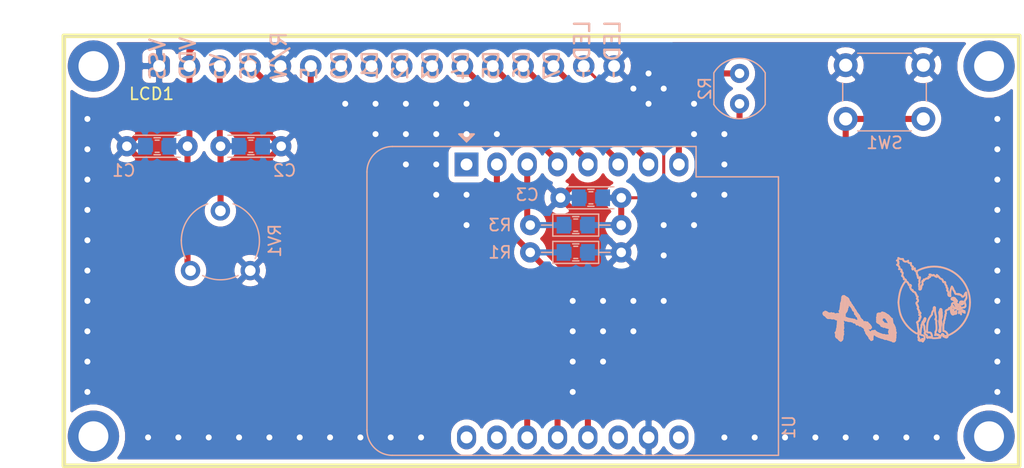
<source format=kicad_pcb>
(kicad_pcb (version 20171130) (host pcbnew "(5.1.5)-3")
  (layers (0 F.Cu signal) (31 B.Cu signal) (34 B.Paste user) (35 F.Paste user) (36 B.SilkS user) (37 F.SilkS user) (38 B.Mask user) (39 F.Mask user) (44 Edge.Cuts user))
  (net 0 "")
  (net 1 +3V3)
  (net 2 GND)
  (net 3 /CONTRAST)
  (net 4 BK_LIGHT)
  (net 5 LCD_E)
  (net 6 /LCD_D6)
  (net 7 /LCD_D7)
  (net 8 LCD_RS)
  (net 9 /LCD_D5)
  (net 10 /LCD_D4)
  (net 11 AMBIENT)
  (net 12 "Net-(R3-Pad2)")
  (net 13 "Net-(SW1-Pad1)")
  (module Module:WEMOS_D1_mini_light (layer B.Cu) (at 130.81 90.17 270)
    (fp_text reference U1 (at 22 -27 270) (layer B.SilkS) (effects (justify mirror)))
    (fp_text value WeMos_D1_mini)
    (pad 16 thru_hole oval (at 22.86 0 270) (size 2 1.6) (drill 1) (layers *.Cu *.Mask))
    (pad 15 thru_hole oval (at 22.86 -2.54 270) (size 2 1.6) (drill 1) (layers *.Cu *.Mask))
    (pad 14 thru_hole oval (at 22.86 -5.08 270) (size 2 1.6) (drill 1) (layers *.Cu *.Mask) (net 8 LCD_RS))
    (pad 13 thru_hole oval (at 22.86 -7.62 270) (size 2 1.6) (drill 1) (layers *.Cu *.Mask) (net 5 LCD_E))
    (pad 12 thru_hole oval (at 22.86 -10.16 270) (size 2 1.6) (drill 1) (layers *.Cu *.Mask) (net 13 "Net-(SW1-Pad1)"))
    (pad 11 thru_hole oval (at 22.86 -12.7 270) (size 2 1.6) (drill 1) (layers *.Cu *.Mask))
    (pad 10 thru_hole oval (at 22.86 -15.24 270) (size 2 1.6) (drill 1) (layers *.Cu *.Mask) (net 2 GND))
    (pad 9 thru_hole oval (at 22.86 -17.78 270) (size 2 1.6) (drill 1) (layers *.Cu *.Mask))
    (pad 8 thru_hole oval (at 0 -17.78 270) (size 2 1.6) (drill 1) (layers *.Cu *.Mask) (net 1 +3V3))
    (pad 7 thru_hole oval (at 0 -15.24 270) (size 2 1.6) (drill 1) (layers *.Cu *.Mask) (net 7 /LCD_D7))
    (pad 6 thru_hole oval (at 0 -12.7 270) (size 2 1.6) (drill 1) (layers *.Cu *.Mask) (net 6 /LCD_D6))
    (pad 5 thru_hole oval (at 0 -10.16 270) (size 2 1.6) (drill 1) (layers *.Cu *.Mask) (net 9 /LCD_D5))
    (pad 4 thru_hole oval (at 0 -7.62 270) (size 2 1.6) (drill 1) (layers *.Cu *.Mask) (net 10 /LCD_D4))
    (pad 3 thru_hole oval (at 0 -5.08 270) (size 2 1.6) (drill 1) (layers *.Cu *.Mask) (net 12 "Net-(R3-Pad2)"))
    (pad 1 thru_hole rect (at 0 0 270) (size 2 2) (drill 1) (layers *.Cu *.Mask))
    (pad 2 thru_hole oval (at 0 -2.54 270) (size 2 1.6) (drill 1) (layers *.Cu *.Mask) (net 11 AMBIENT))
  )
  (module universal_tht_smd:universal_cap (layer B.Cu) (at 110.2105 88.646)
    (fp_text reference C2 (at 5.3595 2.032) (layer B.SilkS) (effects (justify mirror)))
    (fp_text value 100n)
    (pad 2 thru_hole circle (at 5.08 0) (size 1.7 1.7) (drill 0.8) (layers *.Cu *.Mask) (net 2 GND))
    (pad 1 smd rect (at 1.7525 0) (size 0.875 0.95) (layers B.Cu B.Paste B.Mask) (net 3 /CONTRAST))
    (pad 2 smd rect (at 3.565 0) (size 1.15 1.4) (layers B.Cu B.Paste B.Mask) (net 2 GND))
    (pad 1 thru_hole circle (at 0 0) (size 1.7 1.7) (drill 0.8) (layers *.Cu *.Mask) (net 3 /CONTRAST))
    (pad 2 smd rect (at 3.3275 0) (size 0.875 0.95) (layers B.Cu B.Paste B.Mask) (net 2 GND))
    (pad 1 smd rect (at 1.515 0) (size 1.15 1.4) (layers B.Cu B.Paste B.Mask) (net 3 /CONTRAST))
  )
  (module universal_tht_smd:universal_cap (layer B.Cu) (at 102.362 88.646)
    (fp_text reference C1 (at -0.254 2.032) (layer B.SilkS) (effects (justify mirror)))
    (fp_text value 100n)
    (pad 2 thru_hole circle (at 5.08 0) (size 1.7 1.7) (drill 0.8) (layers *.Cu *.Mask) (net 1 +3V3))
    (pad 1 smd rect (at 1.7525 0) (size 0.875 0.95) (layers B.Cu B.Paste B.Mask) (net 2 GND))
    (pad 2 smd rect (at 3.565 0) (size 1.15 1.4) (layers B.Cu B.Paste B.Mask) (net 1 +3V3))
    (pad 1 thru_hole circle (at 0 0) (size 1.7 1.7) (drill 0.8) (layers *.Cu *.Mask) (net 2 GND))
    (pad 2 smd rect (at 3.3275 0) (size 0.875 0.95) (layers B.Cu B.Paste B.Mask) (net 1 +3V3))
    (pad 1 smd rect (at 1.515 0) (size 1.15 1.4) (layers B.Cu B.Paste B.Mask) (net 2 GND))
  )
  (module universal_tht_smd:universal_cap (layer B.Cu) (at 143.764 92.964 180)
    (fp_text reference C3 (at 7.874 0.254) (layer B.SilkS) (effects (justify mirror)))
    (fp_text value 100n)
    (pad 2 thru_hole circle (at 5.08 0 180) (size 1.7 1.7) (drill 0.8) (layers *.Cu *.Mask) (net 2 GND))
    (pad 1 smd rect (at 1.7525 0 180) (size 0.875 0.95) (layers B.Cu B.Paste B.Mask) (net 4 BK_LIGHT))
    (pad 2 smd rect (at 3.565 0 180) (size 1.15 1.4) (layers B.Cu B.Paste B.Mask) (net 2 GND))
    (pad 1 thru_hole circle (at 0 0 180) (size 1.7 1.7) (drill 0.8) (layers *.Cu *.Mask) (net 4 BK_LIGHT))
    (pad 2 smd rect (at 3.3275 0 180) (size 0.875 0.95) (layers B.Cu B.Paste B.Mask) (net 2 GND))
    (pad 1 smd rect (at 1.515 0 180) (size 1.15 1.4) (layers B.Cu B.Paste B.Mask) (net 4 BK_LIGHT))
  )
  (module pol:a_black_cat (layer B.Cu) (at 173 105 180)
    (fp_text reference EA1)
    (fp_text value a_black_cat)
  )
  (module Button_Switch_THT:SW_PUSH_6mm (layer B.Cu) (at 162.56 86.36)
    (fp_text reference SW1 (at 3.25 2) (layer B.SilkS) (effects (justify mirror)))
    (fp_text value SW_LIGHT)
    (pad 1 thru_hole circle (at 6.5 0 270) (size 2 2) (drill 1.1) (layers *.Cu *.Mask) (net 13 "Net-(SW1-Pad1)"))
    (pad 2 thru_hole circle (at 6.5 -4.5 270) (size 2 2) (drill 1.1) (layers *.Cu *.Mask) (net 2 GND))
    (pad 1 thru_hole circle (at 0 0 270) (size 2 2) (drill 1.1) (layers *.Cu *.Mask) (net 13 "Net-(SW1-Pad1)"))
    (pad 2 thru_hole circle (at 0 -4.5 270) (size 2 2) (drill 1.1) (layers *.Cu *.Mask) (net 2 GND))
  )
  (module Potentiometer_THT:Potentiometer_Piher_PT-6-V_Vertical (layer B.Cu) (at 107.696 99.06 90)
    (fp_text reference RV1 (at 2.5 7.06 90) (layer B.SilkS) (effects (justify mirror)))
    (fp_text value 33k)
    (pad 1 thru_hole circle (at 0 0 90) (size 1.62 1.62) (drill 0.9) (layers *.Cu *.Mask) (net 1 +3V3))
    (pad 2 thru_hole circle (at 5 2.5 90) (size 1.62 1.62) (drill 0.9) (layers *.Cu *.Mask) (net 3 /CONTRAST))
    (pad 3 thru_hole circle (at 0 5 90) (size 1.62 1.62) (drill 0.9) (layers *.Cu *.Mask) (net 2 GND))
  )
  (module universal_tht_smd:universal_res (layer B.Cu) (at 143.764 95.25 180)
    (fp_text reference R3 (at 10.16 0) (layer B.SilkS) (effects (justify mirror)))
    (fp_text value 220)
    (pad 1 smd rect (at 3.0225 0 180) (size 0.875 0.95) (layers B.Cu B.Paste B.Mask) (net 4 BK_LIGHT))
    (pad 2 smd rect (at 4.5975 0 180) (size 0.875 0.95) (layers B.Cu B.Paste B.Mask) (net 12 "Net-(R3-Pad2)"))
    (pad 2 smd rect (at 4.835 0 180) (size 1.15 1.4) (layers B.Cu B.Paste B.Mask) (net 12 "Net-(R3-Pad2)"))
    (pad 1 smd rect (at 2.785 0 180) (size 1.15 1.4) (layers B.Cu B.Paste B.Mask) (net 4 BK_LIGHT))
    (pad 2 thru_hole circle (at 7.62 0 180) (size 1.7 1.7) (drill 0.8) (layers *.Cu *.Mask) (net 12 "Net-(R3-Pad2)"))
    (pad 1 thru_hole circle (at 0 0 180) (size 1.7 1.7) (drill 0.8) (layers *.Cu *.Mask) (net 4 BK_LIGHT))
  )
  (module OptoDevice:R_LDR_4.9x4.2mm_P2.54mm_Vertical (layer B.Cu) (at 153.67 82.55 270)
    (fp_text reference R2 (at 1.27 2.9 270) (layer B.SilkS) (effects (justify mirror)))
    (fp_text value R_PHOTO)
    (pad 2 thru_hole circle (at 2.54 0 270) (size 1.6 1.6) (drill 0.8) (layers *.Cu *.Mask) (net 11 AMBIENT))
    (pad 1 thru_hole circle (at 0 0 270) (size 1.6 1.6) (drill 0.8) (layers *.Cu *.Mask) (net 1 +3V3))
  )
  (module universal_tht_smd:universal_res (layer B.Cu) (at 136.144 97.536)
    (fp_text reference R1 (at -2.54 0) (layer B.SilkS) (effects (justify mirror)))
    (fp_text value DNI)
    (pad 1 smd rect (at 3.0225 0) (size 0.875 0.95) (layers B.Cu B.Paste B.Mask) (net 11 AMBIENT))
    (pad 2 smd rect (at 4.5975 0) (size 0.875 0.95) (layers B.Cu B.Paste B.Mask) (net 2 GND))
    (pad 2 smd rect (at 4.835 0) (size 1.15 1.4) (layers B.Cu B.Paste B.Mask) (net 2 GND))
    (pad 1 smd rect (at 2.785 0) (size 1.15 1.4) (layers B.Cu B.Paste B.Mask) (net 11 AMBIENT))
    (pad 2 thru_hole circle (at 7.62 0) (size 1.7 1.7) (drill 0.8) (layers *.Cu *.Mask) (net 2 GND))
    (pad 1 thru_hole circle (at 0 0) (size 1.7 1.7) (drill 0.8) (layers *.Cu *.Mask) (net 11 AMBIENT))
  )
  (module pol:1602_lcd (layer F.Cu) (at 97.064999 79.430999)
    (fp_text reference LCD1 (at 7.366 4.826) (layer F.SilkS))
    (fp_text value 1602_display)
    (fp_text user LED+ (at 43.434 3.81 -90) (layer B.SilkS) (effects (font (size 1.27 1.27) (thickness 0.2)) (justify right mirror)))
    (fp_text user LED- (at 45.974 3.81 -90) (layer B.SilkS) (effects (font (size 1.27 1.27) (thickness 0.2)) (justify right mirror)))
    (fp_text user D7 (at 40.894 3.81 -90) (layer B.SilkS) (effects (font (size 1.27 1.27) (thickness 0.2)) (justify right mirror)))
    (fp_text user D5 (at 35.814 3.81 -90) (layer B.SilkS) (effects (font (size 1.27 1.27) (thickness 0.2)) (justify right mirror)))
    (fp_text user D6 (at 38.354 3.81 -90) (layer B.SilkS) (effects (font (size 1.27 1.27) (thickness 0.2)) (justify right mirror)))
    (fp_text user D4 (at 33.274 3.81 -90) (layer B.SilkS) (effects (font (size 1.27 1.27) (thickness 0.2)) (justify right mirror)))
    (fp_text user D3 (at 30.734 3.81 -90) (layer B.SilkS) (effects (font (size 1.27 1.27) (thickness 0.2)) (justify right mirror)))
    (fp_text user D2 (at 28.194 3.81 -90) (layer B.SilkS) (effects (font (size 1.27 1.27) (thickness 0.2)) (justify right mirror)))
    (fp_text user D1 (at 25.654 3.81 -90) (layer B.SilkS) (effects (font (size 1.27 1.27) (thickness 0.2)) (justify right mirror)))
    (fp_text user D0 (at 23.114 3.81 -90) (layer B.SilkS) (effects (font (size 1.27 1.27) (thickness 0.2)) (justify right mirror)))
    (fp_text user E (at 20.574 3.81 -90) (layer B.SilkS) (effects (font (size 1.27 1.27) (thickness 0.2)) (justify right mirror)))
    (fp_text user R/W (at 18.034 3.81 -90) (layer B.SilkS) (effects (font (size 1.27 1.27) (thickness 0.2)) (justify right mirror)))
    (fp_text user RS (at 15.494 3.81 -90) (layer B.SilkS) (effects (font (size 1.27 1.27) (thickness 0.2)) (justify right mirror)))
    (fp_text user Vo (at 12.954 3.81 -90) (layer B.SilkS) (effects (font (size 1.27 1.27) (thickness 0.2)) (justify right mirror)))
    (fp_text user VDD (at 10.414 3.81 -90) (layer B.SilkS) (effects (font (size 1.27 1.27) (thickness 0.2)) (justify right mirror)))
    (fp_text user VSS (at 7.874 3.81 -270) (layer B.SilkS) (effects (font (size 1.27 1.27) (thickness 0.2)) (justify right mirror)))
    (pad 2 thru_hole circle (at 10.54 2.5) (size 1.8 1.8) (drill 1) (layers *.Cu *.Mask) (net 1 +3V3))
    (pad "" thru_hole circle (at 77.5 33.5) (size 4.3 4.3) (drill 2.5) (layers *.Cu *.Mask))
    (pad 3 thru_hole circle (at 13.08 2.5) (size 1.8 1.8) (drill 1) (layers *.Cu *.Mask) (net 3 /CONTRAST))
    (pad 6 thru_hole circle (at 20.7 2.5) (size 1.8 1.8) (drill 1) (layers *.Cu *.Mask) (net 5 LCD_E))
    (pad 13 thru_hole circle (at 38.48 2.5) (size 1.8 1.8) (drill 1) (layers *.Cu *.Mask) (net 6 /LCD_D6))
    (pad 16 thru_hole circle (at 46.1 2.5) (size 1.8 1.8) (drill 1) (layers *.Cu *.Mask) (net 2 GND))
    (pad 14 thru_hole circle (at 41.02 2.5) (size 1.8 1.8) (drill 1) (layers *.Cu *.Mask) (net 7 /LCD_D7))
    (pad 5 thru_hole circle (at 18.16 2.5) (size 1.8 1.8) (drill 1) (layers *.Cu *.Mask) (net 2 GND))
    (pad 15 thru_hole circle (at 43.56 2.5) (size 1.8 1.8) (drill 1) (layers *.Cu *.Mask) (net 4 BK_LIGHT))
    (pad "" thru_hole circle (at 2.5 2.5) (size 4.3 4.3) (drill 2.5) (layers *.Cu *.Mask))
    (pad "" thru_hole circle (at 77.5 2.5) (size 4.3 4.3) (drill 2.5) (layers *.Cu *.Mask))
    (pad 4 thru_hole circle (at 15.62 2.5) (size 1.8 1.8) (drill 1) (layers *.Cu *.Mask) (net 8 LCD_RS))
    (pad 7 thru_hole circle (at 23.24 2.5) (size 1.8 1.8) (drill 1) (layers *.Cu *.Mask))
    (pad 9 thru_hole circle (at 28.32 2.5) (size 1.8 1.8) (drill 1) (layers *.Cu *.Mask))
    (pad "" thru_hole circle (at 2.5 33.5) (size 4.3 4.3) (drill 2.5) (layers *.Cu *.Mask))
    (pad 12 thru_hole circle (at 35.94 2.5) (size 1.8 1.8) (drill 1) (layers *.Cu *.Mask) (net 9 /LCD_D5))
    (pad 8 thru_hole circle (at 25.78 2.5) (size 1.8 1.8) (drill 1) (layers *.Cu *.Mask))
    (pad 11 thru_hole circle (at 33.4 2.5) (size 1.8 1.8) (drill 1) (layers *.Cu *.Mask) (net 10 /LCD_D4))
    (pad 10 thru_hole circle (at 30.86 2.5) (size 1.8 1.8) (drill 1) (layers *.Cu *.Mask))
    (pad 1 thru_hole roundrect (at 8 2.5) (size 1.8 1.8) (drill 1) (layers *.Cu *.Mask) (net 2 GND))
  )
  (gr_line (start 97.1 79.4) (end 177.1 79.4) (layer Edge.Cuts) (width 0.05))
  (gr_line (start 97.1 115.4) (end 97.1 79.4) (layer Edge.Cuts) (width 0.05))
  (gr_line (start 177.1 115.4) (end 97.1 115.4) (layer Edge.Cuts) (width 0.05))
  (gr_line (start 177.1 79.4) (end 177.1 115.4) (layer Edge.Cuts) (width 0.05))
  (segment (start 107.604999 88.483001) (end 107.442 88.646) (width 0.5) (layer F.Cu) (net 1))
  (segment (start 107.604999 81.930999) (end 107.604999 88.483001) (width 0.5) (layer F.Cu) (net 1))
  (segment (start 105.927 88.646) (end 107.442 88.646) (width 0.508) (layer B.Cu) (net 1))
  (segment (start 140.979 97.536) (end 143.764 97.536) (width 0.508) (layer B.Cu) (net 2))
  (segment (start 107.604999 80.658207) (end 107.999206 80.264) (width 0.508) (layer F.Cu) (net 1))
  (segment (start 107.604999 81.930999) (end 107.604999 80.658207) (width 0.508) (layer F.Cu) (net 1))
  (segment (start 107.999206 80.264) (end 147.066 80.264) (width 0.508) (layer F.Cu) (net 1))
  (segment (start 147.066 80.264) (end 148.59 81.788) (width 0.508) (layer F.Cu) (net 1))
  (segment (start 148.59 85.283998) (end 148.59 90.17) (width 0.508) (layer F.Cu) (net 1))
  (segment (start 107.442 98.806) (end 107.696 99.06) (width 0.508) (layer F.Cu) (net 1))
  (segment (start 107.442 88.646) (end 107.442 98.806) (width 0.508) (layer F.Cu) (net 1))
  (segment (start 153.67 82.55) (end 148.59 82.55) (width 0.508) (layer F.Cu) (net 1))
  (segment (start 148.59 81.788) (end 148.59 82.55) (width 0.508) (layer F.Cu) (net 1))
  (segment (start 148.59 82.55) (end 148.59 85.283998) (width 0.508) (layer F.Cu) (net 1))
  (segment (start 104.1145 88.646) (end 102.362 88.646) (width 0.508) (layer B.Cu) (net 2))
  (segment (start 113.7755 88.646) (end 115.2905 88.646) (width 0.508) (layer B.Cu) (net 2))
  (segment (start 140.4365 92.964) (end 138.684 92.964) (width 0.508) (layer B.Cu) (net 2))
  (via (at 128.27 85.09) (size 0.8) (drill 0.5) (layers F.Cu B.Cu) (net 2))
  (via (at 130.81 85.09) (size 0.8) (drill 0.5) (layers F.Cu B.Cu) (net 2))
  (via (at 125.73 85.09) (size 0.8) (drill 0.5) (layers F.Cu B.Cu) (net 2))
  (via (at 123.19 85.09) (size 0.8) (drill 0.5) (layers F.Cu B.Cu) (net 2))
  (via (at 120.65 85.09) (size 0.8) (drill 0.5) (layers F.Cu B.Cu) (net 2))
  (via (at 123.19 87.63) (size 0.8) (drill 0.5) (layers F.Cu B.Cu) (net 2))
  (via (at 130.81 87.63) (size 0.8) (drill 0.5) (layers F.Cu B.Cu) (net 2))
  (via (at 133.35 87.63) (size 0.8) (drill 0.5) (layers F.Cu B.Cu) (net 2))
  (via (at 128.27 87.63) (size 0.8) (drill 0.5) (layers F.Cu B.Cu) (net 2))
  (via (at 125.73 87.63) (size 0.8) (drill 0.5) (layers F.Cu B.Cu) (net 2))
  (via (at 144.78 83.82) (size 0.8) (drill 0.5) (layers F.Cu B.Cu) (net 2))
  (via (at 146.05 82.55) (size 0.8) (drill 0.5) (layers F.Cu B.Cu) (net 2))
  (via (at 146.05 85.09) (size 0.8) (drill 0.5) (layers F.Cu B.Cu) (net 2))
  (via (at 147.32 83.82) (size 0.8) (drill 0.5) (layers F.Cu B.Cu) (net 2))
  (via (at 99.06 96.52) (size 0.8) (drill 0.5) (layers F.Cu B.Cu) (net 2))
  (via (at 99.06 88.9) (size 0.8) (drill 0.5) (layers F.Cu B.Cu) (net 2))
  (via (at 99.06 86.36) (size 0.8) (drill 0.5) (layers F.Cu B.Cu) (net 2))
  (via (at 99.06 91.44) (size 0.8) (drill 0.5) (layers F.Cu B.Cu) (net 2))
  (via (at 99.06 93.98) (size 0.8) (drill 0.5) (layers F.Cu B.Cu) (net 2))
  (via (at 99.06 109.22) (size 0.8) (drill 0.5) (layers F.Cu B.Cu) (net 2))
  (via (at 99.06 99.06) (size 0.8) (drill 0.5) (layers F.Cu B.Cu) (net 2))
  (via (at 99.06 104.14) (size 0.8) (drill 0.5) (layers F.Cu B.Cu) (net 2))
  (via (at 99.06 101.6) (size 0.8) (drill 0.5) (layers F.Cu B.Cu) (net 2))
  (via (at 99.06 106.68) (size 0.8) (drill 0.5) (layers F.Cu B.Cu) (net 2))
  (via (at 175.26 96.52) (size 0.8) (drill 0.5) (layers F.Cu B.Cu) (net 2))
  (via (at 175.26 86.36) (size 0.8) (drill 0.5) (layers F.Cu B.Cu) (net 2))
  (via (at 175.26 109.22) (size 0.8) (drill 0.5) (layers F.Cu B.Cu) (net 2))
  (via (at 175.26 91.44) (size 0.8) (drill 0.5) (layers F.Cu B.Cu) (net 2))
  (via (at 175.26 106.68) (size 0.8) (drill 0.5) (layers F.Cu B.Cu) (net 2))
  (via (at 175.26 104.14) (size 0.8) (drill 0.5) (layers F.Cu B.Cu) (net 2))
  (via (at 175.26 99.06) (size 0.8) (drill 0.5) (layers F.Cu B.Cu) (net 2))
  (via (at 175.26 101.6) (size 0.8) (drill 0.5) (layers F.Cu B.Cu) (net 2))
  (via (at 175.26 88.9) (size 0.8) (drill 0.5) (layers F.Cu B.Cu) (net 2))
  (via (at 175.26 93.98) (size 0.8) (drill 0.5) (layers F.Cu B.Cu) (net 2))
  (via (at 152.4 113.03) (size 0.8) (drill 0.5) (layers F.Cu B.Cu) (net 2))
  (via (at 154.94 113.03) (size 0.8) (drill 0.5) (layers F.Cu B.Cu) (net 2))
  (via (at 167.64 113.03) (size 0.8) (drill 0.5) (layers F.Cu B.Cu) (net 2))
  (via (at 160.02 113.03) (size 0.8) (drill 0.5) (layers F.Cu B.Cu) (net 2))
  (via (at 157.48 113.03) (size 0.8) (drill 0.5) (layers F.Cu B.Cu) (net 2))
  (via (at 165.1 113.03) (size 0.8) (drill 0.5) (layers F.Cu B.Cu) (net 2))
  (via (at 162.56 113.03) (size 0.8) (drill 0.5) (layers F.Cu B.Cu) (net 2))
  (via (at 170.18 113.03) (size 0.8) (drill 0.5) (layers F.Cu B.Cu) (net 2))
  (via (at 114.3 113.03) (size 0.8) (drill 0.5) (layers F.Cu B.Cu) (net 2))
  (via (at 106.68 113.03) (size 0.8) (drill 0.5) (layers F.Cu B.Cu) (net 2))
  (via (at 119.38 113.03) (size 0.8) (drill 0.5) (layers F.Cu B.Cu) (net 2))
  (via (at 109.22 113.03) (size 0.8) (drill 0.5) (layers F.Cu B.Cu) (net 2))
  (via (at 111.76 113.03) (size 0.8) (drill 0.5) (layers F.Cu B.Cu) (net 2))
  (via (at 121.92 113.03) (size 0.8) (drill 0.5) (layers F.Cu B.Cu) (net 2))
  (via (at 116.84 113.03) (size 0.8) (drill 0.5) (layers F.Cu B.Cu) (net 2))
  (via (at 104.14 113.03) (size 0.8) (drill 0.5) (layers F.Cu B.Cu) (net 2))
  (via (at 127 113.03) (size 0.8) (drill 0.5) (layers F.Cu B.Cu) (net 2))
  (via (at 124.46 113.03) (size 0.8) (drill 0.5) (layers F.Cu B.Cu) (net 2))
  (via (at 130.81 92.71) (size 0.8) (drill 0.5) (layers F.Cu B.Cu) (net 2))
  (via (at 130.81 95.25) (size 0.8) (drill 0.5) (layers F.Cu B.Cu) (net 2))
  (via (at 128.27 92.71) (size 0.8) (drill 0.5) (layers F.Cu B.Cu) (net 2))
  (via (at 128.27 90.17) (size 0.8) (drill 0.5) (layers F.Cu B.Cu) (net 2))
  (via (at 125.73 90.17) (size 0.8) (drill 0.5) (layers F.Cu B.Cu) (net 2))
  (via (at 147.32 95.25) (size 0.8) (drill 0.5) (layers F.Cu B.Cu) (net 2))
  (via (at 149.86 95.25) (size 0.8) (drill 0.5) (layers F.Cu B.Cu) (net 2))
  (via (at 147.32 97.79) (size 0.8) (drill 0.5) (layers F.Cu B.Cu) (net 2))
  (via (at 149.86 92.71) (size 0.8) (drill 0.5) (layers F.Cu B.Cu) (net 2))
  (via (at 152.4 92.71) (size 0.8) (drill 0.5) (layers F.Cu B.Cu) (net 2))
  (via (at 147.32 101.6) (size 0.8) (drill 0.5) (layers F.Cu B.Cu) (net 2))
  (via (at 144.78 101.6) (size 0.8) (drill 0.5) (layers F.Cu B.Cu) (net 2))
  (via (at 142.24 101.6) (size 0.8) (drill 0.5) (layers F.Cu B.Cu) (net 2))
  (via (at 139.7 101.6) (size 0.8) (drill 0.5) (layers F.Cu B.Cu) (net 2))
  (via (at 139.7 104.14) (size 0.8) (drill 0.5) (layers F.Cu B.Cu) (net 2))
  (via (at 142.24 104.14) (size 0.8) (drill 0.5) (layers F.Cu B.Cu) (net 2))
  (via (at 144.78 104.14) (size 0.8) (drill 0.5) (layers F.Cu B.Cu) (net 2))
  (via (at 142.24 106.68) (size 0.8) (drill 0.5) (layers F.Cu B.Cu) (net 2))
  (via (at 139.7 106.68) (size 0.8) (drill 0.5) (layers F.Cu B.Cu) (net 2))
  (via (at 139.7 109.22) (size 0.8) (drill 0.5) (layers F.Cu B.Cu) (net 2))
  (via (at 152.4 90.17) (size 0.8) (drill 0.5) (layers F.Cu B.Cu) (net 2))
  (via (at 152.4 87.63) (size 0.8) (drill 0.5) (layers F.Cu B.Cu) (net 2))
  (via (at 149.86 87.63) (size 0.8) (drill 0.5) (layers F.Cu B.Cu) (net 2))
  (via (at 149.86 85.09) (size 0.8) (drill 0.5) (layers F.Cu B.Cu) (net 2))
  (segment (start 110.144999 88.580499) (end 110.2105 88.646) (width 0.5) (layer F.Cu) (net 3))
  (segment (start 110.144999 81.930999) (end 110.144999 88.580499) (width 0.5) (layer F.Cu) (net 3))
  (segment (start 110.2105 88.646) (end 111.7255 88.646) (width 0.508) (layer B.Cu) (net 3))
  (segment (start 110.2105 94.0455) (end 110.196 94.06) (width 0.508) (layer F.Cu) (net 3))
  (segment (start 110.2105 88.646) (end 110.2105 94.0455) (width 0.508) (layer F.Cu) (net 3))
  (segment (start 143.764 95.25) (end 143.764 92.964) (width 0.5) (layer F.Cu) (net 4))
  (segment (start 140.624999 81.930999) (end 147.32 88.626) (width 0.254) (layer F.Cu) (net 4))
  (segment (start 147.32 88.626) (end 147.32 91.44) (width 0.254) (layer F.Cu) (net 4))
  (segment (start 145.796 92.964) (end 143.764 92.964) (width 0.254) (layer F.Cu) (net 4))
  (segment (start 147.32 91.44) (end 145.796 92.964) (width 0.254) (layer F.Cu) (net 4))
  (segment (start 143.764 92.964) (end 142.249 92.964) (width 0.508) (layer B.Cu) (net 4))
  (segment (start 143.764 95.25) (end 140.979 95.25) (width 0.508) (layer B.Cu) (net 4))
  (segment (start 117.764999 81.930999) (end 117.764999 84.744999) (width 0.5) (layer F.Cu) (net 5))
  (segment (start 138.43 105.41) (end 138.43 113.03) (width 0.5) (layer F.Cu) (net 5))
  (segment (start 117.764999 84.744999) (end 138.43 105.41) (width 0.5) (layer F.Cu) (net 5))
  (segment (start 143.51 89.896) (end 143.51 90.17) (width 0.5) (layer F.Cu) (net 6))
  (segment (start 135.544999 81.930999) (end 143.51 89.896) (width 0.5) (layer F.Cu) (net 6))
  (segment (start 146.05 89.896) (end 146.05 90.17) (width 0.5) (layer F.Cu) (net 7))
  (segment (start 138.084999 81.930999) (end 146.05 89.896) (width 0.5) (layer F.Cu) (net 7))
  (segment (start 112.684999 81.930999) (end 135.89 105.136) (width 0.5) (layer F.Cu) (net 8))
  (segment (start 135.89 105.136) (end 135.89 113.03) (width 0.5) (layer F.Cu) (net 8))
  (segment (start 140.97 89.896) (end 140.97 90.17) (width 0.5) (layer F.Cu) (net 9))
  (segment (start 133.004999 81.930999) (end 140.97 89.896) (width 0.5) (layer F.Cu) (net 9))
  (segment (start 138.43 89.896) (end 138.43 90.17) (width 0.5) (layer F.Cu) (net 10))
  (segment (start 130.464999 81.930999) (end 138.43 89.896) (width 0.5) (layer F.Cu) (net 10))
  (segment (start 138.929 97.536) (end 136.144 97.536) (width 0.508) (layer B.Cu) (net 11))
  (segment (start 133.35 94.742) (end 136.144 97.536) (width 0.508) (layer F.Cu) (net 11))
  (segment (start 133.35 90.17) (end 133.35 94.742) (width 0.508) (layer F.Cu) (net 11))
  (segment (start 153.67 93.345) (end 153.67 85.09) (width 0.508) (layer F.Cu) (net 11))
  (segment (start 136.144 97.536) (end 138.303 99.695) (width 0.508) (layer F.Cu) (net 11))
  (segment (start 147.32 99.695) (end 153.67 93.345) (width 0.508) (layer F.Cu) (net 11))
  (segment (start 138.303 99.695) (end 147.32 99.695) (width 0.508) (layer F.Cu) (net 11))
  (segment (start 135.89 94.996) (end 136.144 95.25) (width 0.5) (layer F.Cu) (net 12))
  (segment (start 135.89 90.17) (end 135.89 94.996) (width 0.5) (layer F.Cu) (net 12))
  (segment (start 138.929 95.25) (end 136.144 95.25) (width 0.508) (layer B.Cu) (net 12))
  (segment (start 162.56 85.598) (end 162.56 89.535) (width 0.508) (layer F.Cu) (net 13))
  (segment (start 140.97 111.125) (end 140.97 113.03) (width 0.508) (layer F.Cu) (net 13))
  (segment (start 162.56 89.535) (end 140.97 111.125) (width 0.508) (layer F.Cu) (net 13))
  (segment (start 169.06 86.36) (end 162.56 86.36) (width 0.508) (layer F.Cu) (net 13))
  (zone (net 2) (net_name GND) (layer F.Cu) (connect_pads (clearance 0.508)) (min_thickness 0.254) (fill yes (arc_segments 32) (thermal_gap 0.508) (thermal_bridge_width 0.508))
    (polygon (pts (xy 177.165 115.57) (xy 97.155 115.57) (xy 97.155 79.430936) (xy 177.165 79.375)))
    (polygon (pts (xy 97.155 79.430936) (xy 97.064999 79.430999) (xy 97.155 79.375)))
  )
  (zone (net 2) (net_name GND) (layer B.Cu) (connect_pads (clearance 0.508)) (min_thickness 0.254) (fill yes (arc_segments 32) (thermal_gap 0.508) (thermal_bridge_width 0.508))
    (polygon (pts (xy 177.165 115.57) (xy 97.155 115.57) (xy 97.155 79.375) (xy 177.165 79.375)))
  )
)
</source>
